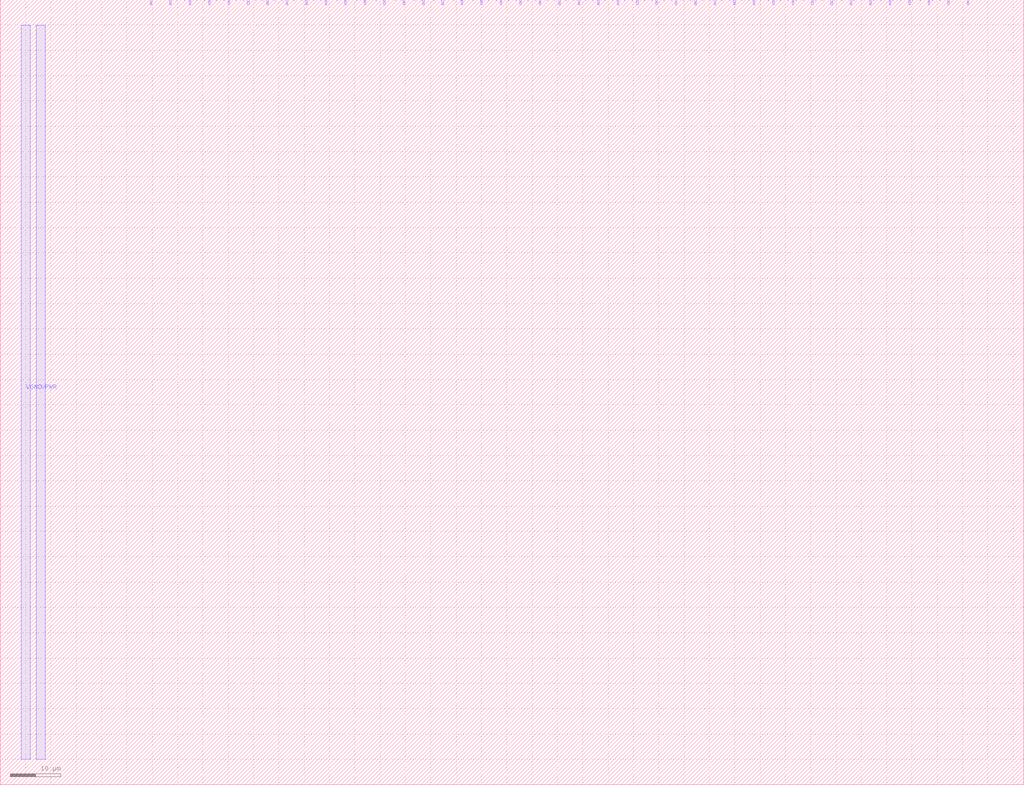
<source format=lef>
VERSION 5.8 ;
BUSBITCHARS "[]" ;
DIVIDERCHAR "/" ;

MACRO tt_um_silicon_art
  CLASS BLOCK ;
  FOREIGN tt_um_silicon_art 0.000 0.000 ;
  ORIGIN 0.000 0.000 ;
  SIZE 202.080 BY 154.980 ;
  SYMMETRY X Y ;

  PIN VGND
    DIRECTION INOUT ;
    USE GROUND ;
    PORT
      LAYER TopMetal1 ;
        RECT 4.100 5.000 5.900 149.980 ;
    END
  END VGND

  PIN VPWR
    DIRECTION INOUT ;
    USE POWER ;
    PORT
      LAYER TopMetal1 ;
        RECT 7.100 5.000 8.900 149.980 ;
    END
  END VPWR

  PIN clk
    DIRECTION INPUT ;
    USE SIGNAL ;
    PORT
      LAYER Metal4 ;
        RECT 187.050 153.980 187.350 154.980 ;
    END
  END clk

  PIN ena
    DIRECTION INPUT ;
    USE SIGNAL ;
    PORT
      LAYER Metal4 ;
        RECT 190.890 153.980 191.190 154.980 ;
    END
  END ena

  PIN rst_n
    DIRECTION INPUT ;
    USE SIGNAL ;
    PORT
      LAYER Metal4 ;
        RECT 183.210 153.980 183.510 154.980 ;
    END
  END rst_n

  PIN ui_in[0]
    DIRECTION INPUT ;
    USE SIGNAL ;
    PORT
      LAYER Metal4 ;
        RECT 179.370 153.980 179.670 154.980 ;
    END
  END ui_in[0]

  PIN ui_in[1]
    DIRECTION INPUT ;
    USE SIGNAL ;
    PORT
      LAYER Metal4 ;
        RECT 175.530 153.980 175.830 154.980 ;
    END
  END ui_in[1]

  PIN ui_in[2]
    DIRECTION INPUT ;
    USE SIGNAL ;
    PORT
      LAYER Metal4 ;
        RECT 171.690 153.980 171.990 154.980 ;
    END
  END ui_in[2]

  PIN ui_in[3]
    DIRECTION INPUT ;
    USE SIGNAL ;
    PORT
      LAYER Metal4 ;
        RECT 167.850 153.980 168.150 154.980 ;
    END
  END ui_in[3]

  PIN ui_in[4]
    DIRECTION INPUT ;
    USE SIGNAL ;
    PORT
      LAYER Metal4 ;
        RECT 164.010 153.980 164.310 154.980 ;
    END
  END ui_in[4]

  PIN ui_in[5]
    DIRECTION INPUT ;
    USE SIGNAL ;
    PORT
      LAYER Metal4 ;
        RECT 160.170 153.980 160.470 154.980 ;
    END
  END ui_in[5]

  PIN ui_in[6]
    DIRECTION INPUT ;
    USE SIGNAL ;
    PORT
      LAYER Metal4 ;
        RECT 156.330 153.980 156.630 154.980 ;
    END
  END ui_in[6]

  PIN ui_in[7]
    DIRECTION INPUT ;
    USE SIGNAL ;
    PORT
      LAYER Metal4 ;
        RECT 152.490 153.980 152.790 154.980 ;
    END
  END ui_in[7]

  PIN uio_in[0]
    DIRECTION INPUT ;
    USE SIGNAL ;
    PORT
      LAYER Metal4 ;
        RECT 148.650 153.980 148.950 154.980 ;
    END
  END uio_in[0]

  PIN uio_in[1]
    DIRECTION INPUT ;
    USE SIGNAL ;
    PORT
      LAYER Metal4 ;
        RECT 144.810 153.980 145.110 154.980 ;
    END
  END uio_in[1]

  PIN uio_in[2]
    DIRECTION INPUT ;
    USE SIGNAL ;
    PORT
      LAYER Metal4 ;
        RECT 140.970 153.980 141.270 154.980 ;
    END
  END uio_in[2]

  PIN uio_in[3]
    DIRECTION INPUT ;
    USE SIGNAL ;
    PORT
      LAYER Metal4 ;
        RECT 137.130 153.980 137.430 154.980 ;
    END
  END uio_in[3]

  PIN uio_in[4]
    DIRECTION INPUT ;
    USE SIGNAL ;
    PORT
      LAYER Metal4 ;
        RECT 133.290 153.980 133.590 154.980 ;
    END
  END uio_in[4]

  PIN uio_in[5]
    DIRECTION INPUT ;
    USE SIGNAL ;
    PORT
      LAYER Metal4 ;
        RECT 129.450 153.980 129.750 154.980 ;
    END
  END uio_in[5]

  PIN uio_in[6]
    DIRECTION INPUT ;
    USE SIGNAL ;
    PORT
      LAYER Metal4 ;
        RECT 125.610 153.980 125.910 154.980 ;
    END
  END uio_in[6]

  PIN uio_in[7]
    DIRECTION INPUT ;
    USE SIGNAL ;
    PORT
      LAYER Metal4 ;
        RECT 121.770 153.980 122.070 154.980 ;
    END
  END uio_in[7]

  PIN uio_oe[0]
    DIRECTION OUTPUT ;
    USE SIGNAL ;
    PORT
      LAYER Metal4 ;
        RECT 56.490 153.980 56.790 154.980 ;
    END
  END uio_oe[0]

  PIN uio_oe[1]
    DIRECTION OUTPUT ;
    USE SIGNAL ;
    PORT
      LAYER Metal4 ;
        RECT 52.650 153.980 52.950 154.980 ;
    END
  END uio_oe[1]

  PIN uio_oe[2]
    DIRECTION OUTPUT ;
    USE SIGNAL ;
    PORT
      LAYER Metal4 ;
        RECT 48.810 153.980 49.110 154.980 ;
    END
  END uio_oe[2]

  PIN uio_oe[3]
    DIRECTION OUTPUT ;
    USE SIGNAL ;
    PORT
      LAYER Metal4 ;
        RECT 44.970 153.980 45.270 154.980 ;
    END
  END uio_oe[3]

  PIN uio_oe[4]
    DIRECTION OUTPUT ;
    USE SIGNAL ;
    PORT
      LAYER Metal4 ;
        RECT 41.130 153.980 41.430 154.980 ;
    END
  END uio_oe[4]

  PIN uio_oe[5]
    DIRECTION OUTPUT ;
    USE SIGNAL ;
    PORT
      LAYER Metal4 ;
        RECT 37.290 153.980 37.590 154.980 ;
    END
  END uio_oe[5]

  PIN uio_oe[6]
    DIRECTION OUTPUT ;
    USE SIGNAL ;
    PORT
      LAYER Metal4 ;
        RECT 33.450 153.980 33.750 154.980 ;
    END
  END uio_oe[6]

  PIN uio_oe[7]
    DIRECTION OUTPUT ;
    USE SIGNAL ;
    PORT
      LAYER Metal4 ;
        RECT 29.610 153.980 29.910 154.980 ;
    END
  END uio_oe[7]

  PIN uio_out[0]
    DIRECTION OUTPUT ;
    USE SIGNAL ;
    PORT
      LAYER Metal4 ;
        RECT 87.210 153.980 87.510 154.980 ;
    END
  END uio_out[0]

  PIN uio_out[1]
    DIRECTION OUTPUT ;
    USE SIGNAL ;
    PORT
      LAYER Metal4 ;
        RECT 83.370 153.980 83.670 154.980 ;
    END
  END uio_out[1]

  PIN uio_out[2]
    DIRECTION OUTPUT ;
    USE SIGNAL ;
    PORT
      LAYER Metal4 ;
        RECT 79.530 153.980 79.830 154.980 ;
    END
  END uio_out[2]

  PIN uio_out[3]
    DIRECTION OUTPUT ;
    USE SIGNAL ;
    PORT
      LAYER Metal4 ;
        RECT 75.690 153.980 75.990 154.980 ;
    END
  END uio_out[3]

  PIN uio_out[4]
    DIRECTION OUTPUT ;
    USE SIGNAL ;
    PORT
      LAYER Metal4 ;
        RECT 71.850 153.980 72.150 154.980 ;
    END
  END uio_out[4]

  PIN uio_out[5]
    DIRECTION OUTPUT ;
    USE SIGNAL ;
    PORT
      LAYER Metal4 ;
        RECT 68.010 153.980 68.310 154.980 ;
    END
  END uio_out[5]

  PIN uio_out[6]
    DIRECTION OUTPUT ;
    USE SIGNAL ;
    PORT
      LAYER Metal4 ;
        RECT 64.170 153.980 64.470 154.980 ;
    END
  END uio_out[6]

  PIN uio_out[7]
    DIRECTION OUTPUT ;
    USE SIGNAL ;
    PORT
      LAYER Metal4 ;
        RECT 60.330 153.980 60.630 154.980 ;
    END
  END uio_out[7]

  PIN uo_out[0]
    DIRECTION OUTPUT ;
    USE SIGNAL ;
    PORT
      LAYER Metal4 ;
        RECT 117.930 153.980 118.230 154.980 ;
    END
  END uo_out[0]

  PIN uo_out[1]
    DIRECTION OUTPUT ;
    USE SIGNAL ;
    PORT
      LAYER Metal4 ;
        RECT 114.090 153.980 114.390 154.980 ;
    END
  END uo_out[1]

  PIN uo_out[2]
    DIRECTION OUTPUT ;
    USE SIGNAL ;
    PORT
      LAYER Metal4 ;
        RECT 110.250 153.980 110.550 154.980 ;
    END
  END uo_out[2]

  PIN uo_out[3]
    DIRECTION OUTPUT ;
    USE SIGNAL ;
    PORT
      LAYER Metal4 ;
        RECT 106.410 153.980 106.710 154.980 ;
    END
  END uo_out[3]

  PIN uo_out[4]
    DIRECTION OUTPUT ;
    USE SIGNAL ;
    PORT
      LAYER Metal4 ;
        RECT 102.570 153.980 102.870 154.980 ;
    END
  END uo_out[4]

  PIN uo_out[5]
    DIRECTION OUTPUT ;
    USE SIGNAL ;
    PORT
      LAYER Metal4 ;
        RECT 98.730 153.980 99.030 154.980 ;
    END
  END uo_out[5]

  PIN uo_out[6]
    DIRECTION OUTPUT ;
    USE SIGNAL ;
    PORT
      LAYER Metal4 ;
        RECT 94.890 153.980 95.190 154.980 ;
    END
  END uo_out[6]

  PIN uo_out[7]
    DIRECTION OUTPUT ;
    USE SIGNAL ;
    PORT
      LAYER Metal4 ;
        RECT 91.050 153.980 91.350 154.980 ;
    END
  END uo_out[7]

END tt_um_silicon_art

END LIBRARY

</source>
